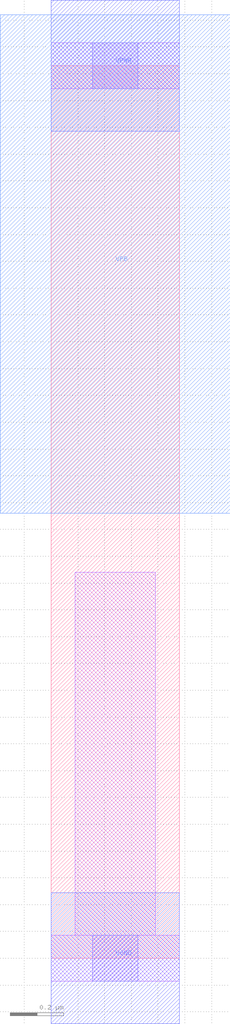
<source format=lef>
# Copyright 2020 The SkyWater PDK Authors
#
# Licensed under the Apache License, Version 2.0 (the "License");
# you may not use this file except in compliance with the License.
# You may obtain a copy of the License at
#
#     https://www.apache.org/licenses/LICENSE-2.0
#
# Unless required by applicable law or agreed to in writing, software
# distributed under the License is distributed on an "AS IS" BASIS,
# WITHOUT WARRANTIES OR CONDITIONS OF ANY KIND, either express or implied.
# See the License for the specific language governing permissions and
# limitations under the License.
#
# SPDX-License-Identifier: Apache-2.0

VERSION 5.7 ;
  NOWIREEXTENSIONATPIN ON ;
  DIVIDERCHAR "/" ;
  BUSBITCHARS "[]" ;
MACRO sky130_fd_sc_ls__tapvgndnovpb_1
  CLASS CORE WELLTAP ;
  FOREIGN sky130_fd_sc_ls__tapvgndnovpb_1 ;
  ORIGIN  0.000000  0.000000 ;
  SIZE  0.480000 BY  3.330000 ;
  SYMMETRY X Y R90 ;
  SITE unit ;
  PIN VPB
    PORT
      LAYER nwell ;
        RECT -0.190000 1.660000 0.670000 3.520000 ;
    END
  END VPB
  PIN VGND
    DIRECTION INOUT ;
    SHAPE ABUTMENT ;
    USE GROUND ;
    PORT
      LAYER met1 ;
        RECT 0.000000 -0.245000 0.480000 0.245000 ;
    END
  END VGND
  PIN VPWR
    DIRECTION INOUT ;
    SHAPE ABUTMENT ;
    USE POWER ;
    PORT
      LAYER met1 ;
        RECT 0.000000 3.085000 0.480000 3.575000 ;
    END
  END VPWR
  OBS
    LAYER li1 ;
      RECT 0.000000 -0.085000 0.480000 0.085000 ;
      RECT 0.000000  3.245000 0.480000 3.415000 ;
      RECT 0.090000  0.085000 0.390000 1.440000 ;
    LAYER mcon ;
      RECT 0.155000 -0.085000 0.325000 0.085000 ;
      RECT 0.155000  3.245000 0.325000 3.415000 ;
  END
END sky130_fd_sc_ls__tapvgndnovpb_1
END LIBRARY

</source>
